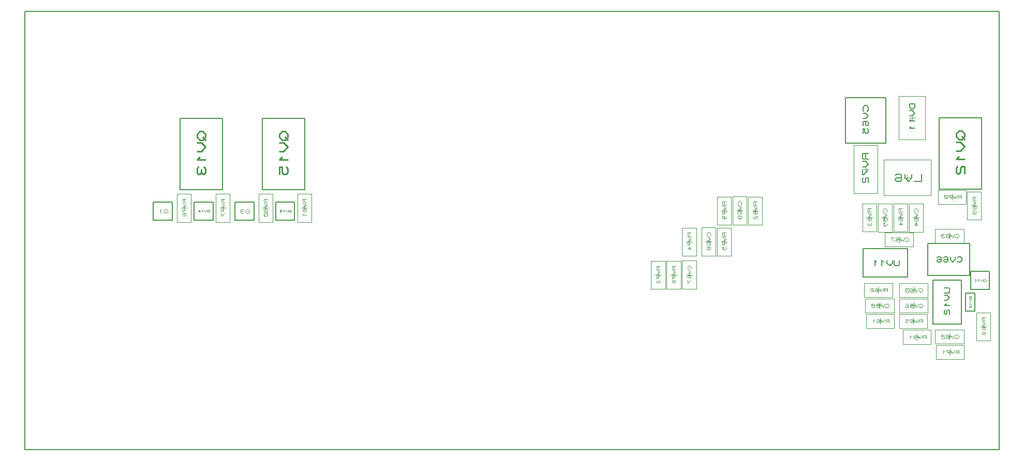
<source format=gbr>
G04 PROTEUS GERBER X2 FILE*
%TF.GenerationSoftware,Labcenter,Proteus,8.7-SP3-Build25561*%
%TF.CreationDate,2021-05-23T19:19:56+00:00*%
%TF.FileFunction,AssemblyDrawing,Bot*%
%TF.FilePolarity,Positive*%
%TF.Part,Single*%
%TF.SameCoordinates,{bb4e542a-de17-4d2d-b6f0-32913e85bf41}*%
%FSLAX45Y45*%
%MOMM*%
G01*
%TA.AperFunction,Profile*%
%ADD40C,0.203200*%
%TA.AperFunction,Material*%
%ADD42C,0.203200*%
%ADD134C,0.061970*%
%ADD124C,0.233420*%
%ADD105C,0.050000*%
%ADD135C,0.143000*%
%ADD126C,0.059690*%
%ADD106C,0.193750*%
%ADD121C,0.149860*%
%ADD125C,0.144780*%
%ADD122C,0.159000*%
%ADD123C,0.137160*%
%ADD120C,0.095000*%
%ADD119C,0.093000*%
%ADD136C,0.103290*%
%TD.AperFunction*%
D40*
X-7429500Y-4254500D02*
X+8509000Y-4254500D01*
X+8509000Y+2921000D01*
X-7429500Y+2921000D01*
X-7429500Y-4254500D01*
D42*
X+8041640Y-1630680D02*
X+8351520Y-1630680D01*
X+8351520Y-1338580D01*
X+8041640Y-1338580D01*
X+8041640Y-1630680D01*
D134*
X+8295740Y-1478433D02*
X+8283345Y-1466038D01*
X+8270950Y-1466038D01*
X+8258555Y-1478433D01*
X+8258555Y-1490828D01*
X+8270950Y-1503223D01*
X+8283345Y-1503223D01*
X+8295740Y-1490828D01*
X+8295740Y-1478433D01*
X+8270950Y-1490828D02*
X+8258555Y-1503223D01*
X+8246160Y-1466038D02*
X+8246160Y-1484630D01*
X+8227568Y-1503223D01*
X+8208975Y-1484630D01*
X+8208975Y-1466038D01*
X+8184185Y-1478433D02*
X+8171790Y-1466038D01*
X+8171790Y-1503223D01*
X+8134605Y-1478433D02*
X+8122210Y-1466038D01*
X+8122210Y-1503223D01*
D42*
X+7524750Y+7620D02*
X+8223250Y+7620D01*
X+8223250Y+1174750D01*
X+7524750Y+1174750D01*
X+7524750Y+7620D01*
D124*
X+7850658Y+964665D02*
X+7803973Y+917980D01*
X+7803973Y+871295D01*
X+7850658Y+824610D01*
X+7897343Y+824610D01*
X+7944028Y+871295D01*
X+7944028Y+917980D01*
X+7897343Y+964665D01*
X+7850658Y+964665D01*
X+7897343Y+871295D02*
X+7944028Y+824610D01*
X+7803973Y+777925D02*
X+7874000Y+777925D01*
X+7944028Y+707898D01*
X+7874000Y+637870D01*
X+7803973Y+637870D01*
X+7850658Y+544500D02*
X+7803973Y+497815D01*
X+7944028Y+497815D01*
X+7827315Y+381103D02*
X+7803973Y+357760D01*
X+7803973Y+287733D01*
X+7827315Y+264390D01*
X+7850658Y+264390D01*
X+7874000Y+287733D01*
X+7874000Y+357760D01*
X+7897343Y+381103D01*
X+7944028Y+381103D01*
X+7944028Y+264390D01*
D105*
X+6871600Y+824620D02*
X+6871600Y+1534620D01*
X+7301600Y+1534620D01*
X+7301600Y+824620D01*
X+6871600Y+824620D01*
X+7136600Y+1179620D02*
X+7036600Y+1179620D01*
X+7086600Y+1229620D02*
X+7086600Y+1129620D01*
D135*
X+7129500Y+1408420D02*
X+7043700Y+1408420D01*
X+7043700Y+1351220D01*
X+7072300Y+1322620D01*
X+7100900Y+1322620D01*
X+7129500Y+1351220D01*
X+7129500Y+1408420D01*
X+7043700Y+1294020D02*
X+7086600Y+1294020D01*
X+7129500Y+1251120D01*
X+7086600Y+1208220D01*
X+7043700Y+1208220D01*
X+7072300Y+1151020D02*
X+7043700Y+1122420D01*
X+7129500Y+1122420D01*
X+7072300Y+1036620D02*
X+7043700Y+1008020D01*
X+7129500Y+1008020D01*
D42*
X+7964020Y-1992630D02*
X+8114180Y-1992630D01*
X+8114180Y-1694180D01*
X+7964020Y-1694180D01*
X+7964020Y-1992630D01*
D126*
X+8057007Y-1747901D02*
X+8021193Y-1747901D01*
X+8021193Y-1771777D01*
X+8033131Y-1783715D01*
X+8045069Y-1783715D01*
X+8057007Y-1771777D01*
X+8057007Y-1747901D01*
X+8021193Y-1795653D02*
X+8039100Y-1795653D01*
X+8057007Y-1813560D01*
X+8039100Y-1831467D01*
X+8021193Y-1831467D01*
X+8033131Y-1855343D02*
X+8021193Y-1867281D01*
X+8057007Y-1867281D01*
X+8027162Y-1897126D02*
X+8021193Y-1903095D01*
X+8021193Y-1921002D01*
X+8027162Y-1926971D01*
X+8033131Y-1926971D01*
X+8039100Y-1921002D01*
X+8039100Y-1903095D01*
X+8045069Y-1897126D01*
X+8057007Y-1897126D01*
X+8057007Y-1926971D01*
D105*
X+6620600Y+488120D02*
X+7390600Y+488120D01*
X+7390600Y-91880D01*
X+6620600Y-91880D01*
X+6620600Y+488120D01*
X+7005600Y+148120D02*
X+7005600Y+248120D01*
X+7055600Y+198120D02*
X+6955600Y+198120D01*
D106*
X+7238100Y+256245D02*
X+7238100Y+139995D01*
X+7121850Y+139995D01*
X+7083100Y+256245D02*
X+7083100Y+198120D01*
X+7024975Y+139995D01*
X+6966850Y+198120D01*
X+6966850Y+256245D01*
X+6811850Y+236870D02*
X+6831225Y+256245D01*
X+6889350Y+256245D01*
X+6908725Y+236870D01*
X+6908725Y+159370D01*
X+6889350Y+139995D01*
X+6831225Y+139995D01*
X+6811850Y+159370D01*
X+6811850Y+178745D01*
X+6831225Y+198120D01*
X+6908725Y+198120D01*
D42*
X+5996940Y+762220D02*
X+6652260Y+762220D01*
X+6652260Y+1511520D01*
X+5996940Y+1511520D01*
X+5996940Y+762220D01*
D121*
X+6354572Y+1286730D02*
X+6369558Y+1301716D01*
X+6369558Y+1346674D01*
X+6339586Y+1376646D01*
X+6309614Y+1376646D01*
X+6279642Y+1346674D01*
X+6279642Y+1301716D01*
X+6294628Y+1286730D01*
X+6279642Y+1256758D02*
X+6324600Y+1256758D01*
X+6369558Y+1211800D01*
X+6324600Y+1166842D01*
X+6279642Y+1166842D01*
X+6294628Y+1046954D02*
X+6279642Y+1061940D01*
X+6279642Y+1106898D01*
X+6294628Y+1121884D01*
X+6354572Y+1121884D01*
X+6369558Y+1106898D01*
X+6369558Y+1061940D01*
X+6354572Y+1046954D01*
X+6339586Y+1046954D01*
X+6324600Y+1061940D01*
X+6324600Y+1121884D01*
X+6279642Y+927066D02*
X+6279642Y+1001996D01*
X+6309614Y+1001996D01*
X+6309614Y+942052D01*
X+6324600Y+927066D01*
X+6354572Y+927066D01*
X+6369558Y+942052D01*
X+6369558Y+987010D01*
X+6354572Y+1001996D01*
D42*
X+6286500Y-1432560D02*
X+7010400Y-1432560D01*
X+7010400Y-965200D01*
X+6286500Y-965200D01*
X+6286500Y-1432560D01*
D125*
X+6880098Y-1155446D02*
X+6880098Y-1227836D01*
X+6865620Y-1242314D01*
X+6807708Y-1242314D01*
X+6793230Y-1227836D01*
X+6793230Y-1155446D01*
X+6764274Y-1155446D02*
X+6764274Y-1198880D01*
X+6720840Y-1242314D01*
X+6677406Y-1198880D01*
X+6677406Y-1155446D01*
X+6619494Y-1184402D02*
X+6590538Y-1155446D01*
X+6590538Y-1242314D01*
X+6503670Y-1184402D02*
X+6474714Y-1155446D01*
X+6474714Y-1242314D01*
D42*
X+7424420Y-2202180D02*
X+7891780Y-2202180D01*
X+7891780Y-1478280D01*
X+7424420Y-1478280D01*
X+7424420Y-2202180D01*
D125*
X+7614666Y-1608582D02*
X+7687056Y-1608582D01*
X+7701534Y-1623060D01*
X+7701534Y-1680972D01*
X+7687056Y-1695450D01*
X+7614666Y-1695450D01*
X+7614666Y-1724406D02*
X+7658100Y-1724406D01*
X+7701534Y-1767840D01*
X+7658100Y-1811274D01*
X+7614666Y-1811274D01*
X+7643622Y-1869186D02*
X+7614666Y-1898142D01*
X+7701534Y-1898142D01*
X+7629144Y-1970532D02*
X+7614666Y-1985010D01*
X+7614666Y-2028444D01*
X+7629144Y-2042922D01*
X+7643622Y-2042922D01*
X+7658100Y-2028444D01*
X+7658100Y-1985010D01*
X+7672578Y-1970532D01*
X+7701534Y-1970532D01*
X+7701534Y-2042922D01*
D105*
X+6519600Y+732620D02*
X+6519600Y-57380D01*
X+6129600Y-57380D01*
X+6129600Y+732620D01*
X+6519600Y+732620D01*
X+6274600Y+337620D02*
X+6374600Y+337620D01*
X+6324600Y+287620D02*
X+6324600Y+387620D01*
D122*
X+6372300Y+592020D02*
X+6276900Y+592020D01*
X+6276900Y+512520D01*
X+6292800Y+496620D01*
X+6308700Y+496620D01*
X+6324600Y+512520D01*
X+6324600Y+592020D01*
X+6324600Y+512520D02*
X+6340500Y+496620D01*
X+6372300Y+496620D01*
X+6276900Y+464820D02*
X+6324600Y+464820D01*
X+6372300Y+417120D01*
X+6324600Y+369420D01*
X+6276900Y+369420D01*
X+6276900Y+321720D02*
X+6276900Y+242220D01*
X+6292800Y+242220D01*
X+6372300Y+321720D01*
X+6292800Y+194520D02*
X+6276900Y+178620D01*
X+6276900Y+130920D01*
X+6292800Y+115020D01*
X+6308700Y+115020D01*
X+6324600Y+130920D01*
X+6324600Y+178620D01*
X+6340500Y+194520D01*
X+6372300Y+194520D01*
X+6372300Y+115020D01*
D42*
X+7340600Y-1407160D02*
X+8026400Y-1407160D01*
X+8026400Y-878840D01*
X+7340600Y-878840D01*
X+7340600Y-1407160D01*
D123*
X+7820660Y-1170432D02*
X+7834376Y-1184148D01*
X+7875524Y-1184148D01*
X+7902956Y-1156716D01*
X+7902956Y-1129284D01*
X+7875524Y-1101852D01*
X+7834376Y-1101852D01*
X+7820660Y-1115568D01*
X+7793228Y-1101852D02*
X+7793228Y-1143000D01*
X+7752080Y-1184148D01*
X+7710932Y-1143000D01*
X+7710932Y-1101852D01*
X+7601204Y-1115568D02*
X+7614920Y-1101852D01*
X+7656068Y-1101852D01*
X+7669784Y-1115568D01*
X+7669784Y-1170432D01*
X+7656068Y-1184148D01*
X+7614920Y-1184148D01*
X+7601204Y-1170432D01*
X+7601204Y-1156716D01*
X+7614920Y-1143000D01*
X+7669784Y-1143000D01*
X+7491476Y-1115568D02*
X+7505192Y-1101852D01*
X+7546340Y-1101852D01*
X+7560056Y-1115568D01*
X+7560056Y-1170432D01*
X+7546340Y-1184148D01*
X+7505192Y-1184148D01*
X+7491476Y-1170432D01*
X+7491476Y-1156716D01*
X+7505192Y-1143000D01*
X+7560056Y-1143000D01*
D105*
X+7933600Y-869380D02*
X+7463600Y-869380D01*
X+7463600Y-639380D01*
X+7933600Y-639380D01*
X+7933600Y-869380D01*
X+7698600Y-704380D02*
X+7698600Y-804380D01*
X+7648600Y-754380D02*
X+7748600Y-754380D01*
D120*
X+7793600Y-773380D02*
X+7803100Y-782880D01*
X+7831600Y-782880D01*
X+7850600Y-763880D01*
X+7850600Y-744880D01*
X+7831600Y-725880D01*
X+7803100Y-725880D01*
X+7793600Y-735380D01*
X+7774600Y-725880D02*
X+7774600Y-754380D01*
X+7746100Y-782880D01*
X+7717600Y-754380D01*
X+7717600Y-725880D01*
X+7641600Y-735380D02*
X+7651100Y-725880D01*
X+7679600Y-725880D01*
X+7689100Y-735380D01*
X+7689100Y-773380D01*
X+7679600Y-782880D01*
X+7651100Y-782880D01*
X+7641600Y-773380D01*
X+7641600Y-763880D01*
X+7651100Y-754380D01*
X+7689100Y-754380D01*
X+7613100Y-735380D02*
X+7603600Y-725880D01*
X+7575100Y-725880D01*
X+7565600Y-735380D01*
X+7565600Y-744880D01*
X+7575100Y-754380D01*
X+7565600Y-763880D01*
X+7565600Y-773380D01*
X+7575100Y-782880D01*
X+7603600Y-782880D01*
X+7613100Y-773380D01*
X+7594100Y-754380D02*
X+7575100Y-754380D01*
D105*
X+6790600Y-2266380D02*
X+6330600Y-2266380D01*
X+6330600Y-2036380D01*
X+6790600Y-2036380D01*
X+6790600Y-2266380D01*
X+6560600Y-2101380D02*
X+6560600Y-2201380D01*
X+6510600Y-2151380D02*
X+6610600Y-2151380D01*
D119*
X+6709400Y-2179280D02*
X+6709400Y-2123480D01*
X+6662900Y-2123480D01*
X+6653600Y-2132780D01*
X+6653600Y-2142080D01*
X+6662900Y-2151380D01*
X+6709400Y-2151380D01*
X+6662900Y-2151380D02*
X+6653600Y-2160680D01*
X+6653600Y-2179280D01*
X+6635000Y-2123480D02*
X+6635000Y-2151380D01*
X+6607100Y-2179280D01*
X+6579200Y-2151380D01*
X+6579200Y-2123480D01*
X+6504800Y-2132780D02*
X+6514100Y-2123480D01*
X+6542000Y-2123480D01*
X+6551300Y-2132780D01*
X+6551300Y-2169980D01*
X+6542000Y-2179280D01*
X+6514100Y-2179280D01*
X+6504800Y-2169980D01*
X+6504800Y-2160680D01*
X+6514100Y-2151380D01*
X+6551300Y-2151380D01*
X+6467600Y-2142080D02*
X+6449000Y-2123480D01*
X+6449000Y-2179280D01*
D105*
X+6763100Y-1758380D02*
X+6303100Y-1758380D01*
X+6303100Y-1528380D01*
X+6763100Y-1528380D01*
X+6763100Y-1758380D01*
X+6533100Y-1593380D02*
X+6533100Y-1693380D01*
X+6483100Y-1643380D02*
X+6583100Y-1643380D01*
D119*
X+6681900Y-1671280D02*
X+6681900Y-1615480D01*
X+6635400Y-1615480D01*
X+6626100Y-1624780D01*
X+6626100Y-1634080D01*
X+6635400Y-1643380D01*
X+6681900Y-1643380D01*
X+6635400Y-1643380D02*
X+6626100Y-1652680D01*
X+6626100Y-1671280D01*
X+6607500Y-1615480D02*
X+6607500Y-1643380D01*
X+6579600Y-1671280D01*
X+6551700Y-1643380D01*
X+6551700Y-1615480D01*
X+6477300Y-1624780D02*
X+6486600Y-1615480D01*
X+6514500Y-1615480D01*
X+6523800Y-1624780D01*
X+6523800Y-1661980D01*
X+6514500Y-1671280D01*
X+6486600Y-1671280D01*
X+6477300Y-1661980D01*
X+6477300Y-1652680D01*
X+6486600Y-1643380D01*
X+6523800Y-1643380D01*
X+6449400Y-1624780D02*
X+6440100Y-1615480D01*
X+6412200Y-1615480D01*
X+6402900Y-1624780D01*
X+6402900Y-1634080D01*
X+6412200Y-1643380D01*
X+6440100Y-1643380D01*
X+6449400Y-1652680D01*
X+6449400Y-1671280D01*
X+6402900Y-1671280D01*
D105*
X+6273100Y-684880D02*
X+6273100Y-224880D01*
X+6503100Y-224880D01*
X+6503100Y-684880D01*
X+6273100Y-684880D01*
X+6438100Y-454880D02*
X+6338100Y-454880D01*
X+6388100Y-404880D02*
X+6388100Y-504880D01*
D119*
X+6416000Y-306080D02*
X+6360200Y-306080D01*
X+6360200Y-352580D01*
X+6369500Y-361880D01*
X+6378800Y-361880D01*
X+6388100Y-352580D01*
X+6388100Y-306080D01*
X+6388100Y-352580D02*
X+6397400Y-361880D01*
X+6416000Y-361880D01*
X+6360200Y-380480D02*
X+6388100Y-380480D01*
X+6416000Y-408380D01*
X+6388100Y-436280D01*
X+6360200Y-436280D01*
X+6369500Y-510680D02*
X+6360200Y-501380D01*
X+6360200Y-473480D01*
X+6369500Y-464180D01*
X+6406700Y-464180D01*
X+6416000Y-473480D01*
X+6416000Y-501380D01*
X+6406700Y-510680D01*
X+6397400Y-510680D01*
X+6388100Y-501380D01*
X+6388100Y-464180D01*
X+6369500Y-538580D02*
X+6360200Y-547880D01*
X+6360200Y-575780D01*
X+6369500Y-585080D01*
X+6378800Y-585080D01*
X+6388100Y-575780D01*
X+6397400Y-585080D01*
X+6406700Y-585080D01*
X+6416000Y-575780D01*
X+6416000Y-547880D01*
X+6406700Y-538580D01*
X+6388100Y-557180D02*
X+6388100Y-575780D01*
D105*
X+6781100Y-684880D02*
X+6781100Y-224880D01*
X+7011100Y-224880D01*
X+7011100Y-684880D01*
X+6781100Y-684880D01*
X+6946100Y-454880D02*
X+6846100Y-454880D01*
X+6896100Y-404880D02*
X+6896100Y-504880D01*
D119*
X+6924000Y-306080D02*
X+6868200Y-306080D01*
X+6868200Y-352580D01*
X+6877500Y-361880D01*
X+6886800Y-361880D01*
X+6896100Y-352580D01*
X+6896100Y-306080D01*
X+6896100Y-352580D02*
X+6905400Y-361880D01*
X+6924000Y-361880D01*
X+6868200Y-380480D02*
X+6896100Y-380480D01*
X+6924000Y-408380D01*
X+6896100Y-436280D01*
X+6868200Y-436280D01*
X+6877500Y-510680D02*
X+6868200Y-501380D01*
X+6868200Y-473480D01*
X+6877500Y-464180D01*
X+6914700Y-464180D01*
X+6924000Y-473480D01*
X+6924000Y-501380D01*
X+6914700Y-510680D01*
X+6905400Y-510680D01*
X+6896100Y-501380D01*
X+6896100Y-464180D01*
X+6905400Y-585080D02*
X+6905400Y-529280D01*
X+6868200Y-566480D01*
X+6924000Y-566480D01*
D105*
X+7334600Y-2266380D02*
X+6874600Y-2266380D01*
X+6874600Y-2036380D01*
X+7334600Y-2036380D01*
X+7334600Y-2266380D01*
X+7104600Y-2101380D02*
X+7104600Y-2201380D01*
X+7054600Y-2151380D02*
X+7154600Y-2151380D01*
D119*
X+7253400Y-2179280D02*
X+7253400Y-2123480D01*
X+7206900Y-2123480D01*
X+7197600Y-2132780D01*
X+7197600Y-2142080D01*
X+7206900Y-2151380D01*
X+7253400Y-2151380D01*
X+7206900Y-2151380D02*
X+7197600Y-2160680D01*
X+7197600Y-2179280D01*
X+7179000Y-2123480D02*
X+7179000Y-2151380D01*
X+7151100Y-2179280D01*
X+7123200Y-2151380D01*
X+7123200Y-2123480D01*
X+7048800Y-2132780D02*
X+7058100Y-2123480D01*
X+7086000Y-2123480D01*
X+7095300Y-2132780D01*
X+7095300Y-2169980D01*
X+7086000Y-2179280D01*
X+7058100Y-2179280D01*
X+7048800Y-2169980D01*
X+7048800Y-2160680D01*
X+7058100Y-2151380D01*
X+7095300Y-2151380D01*
X+6974400Y-2123480D02*
X+7020900Y-2123480D01*
X+7020900Y-2142080D01*
X+6983700Y-2142080D01*
X+6974400Y-2151380D01*
X+6974400Y-2169980D01*
X+6983700Y-2179280D01*
X+7011600Y-2179280D01*
X+7020900Y-2169980D01*
D105*
X+8370000Y-2010500D02*
X+8370000Y-2470500D01*
X+8140000Y-2470500D01*
X+8140000Y-2010500D01*
X+8370000Y-2010500D01*
X+8205000Y-2240500D02*
X+8305000Y-2240500D01*
X+8255000Y-2290500D02*
X+8255000Y-2190500D01*
D119*
X+8282900Y-2091700D02*
X+8227100Y-2091700D01*
X+8227100Y-2138200D01*
X+8236400Y-2147500D01*
X+8245700Y-2147500D01*
X+8255000Y-2138200D01*
X+8255000Y-2091700D01*
X+8255000Y-2138200D02*
X+8264300Y-2147500D01*
X+8282900Y-2147500D01*
X+8227100Y-2166100D02*
X+8255000Y-2166100D01*
X+8282900Y-2194000D01*
X+8255000Y-2221900D01*
X+8227100Y-2221900D01*
X+8236400Y-2296300D02*
X+8227100Y-2287000D01*
X+8227100Y-2259100D01*
X+8236400Y-2249800D01*
X+8273600Y-2249800D01*
X+8282900Y-2259100D01*
X+8282900Y-2287000D01*
X+8273600Y-2296300D01*
X+8264300Y-2296300D01*
X+8255000Y-2287000D01*
X+8255000Y-2249800D01*
X+8255000Y-2333500D02*
X+8245700Y-2324200D01*
X+8236400Y-2324200D01*
X+8227100Y-2333500D01*
X+8227100Y-2361400D01*
X+8236400Y-2370700D01*
X+8245700Y-2370700D01*
X+8255000Y-2361400D01*
X+8255000Y-2333500D01*
X+8264300Y-2324200D01*
X+8273600Y-2324200D01*
X+8282900Y-2333500D01*
X+8282900Y-2361400D01*
X+8273600Y-2370700D01*
X+8264300Y-2370700D01*
X+8255000Y-2361400D01*
D105*
X+7933600Y-2520380D02*
X+7463600Y-2520380D01*
X+7463600Y-2290380D01*
X+7933600Y-2290380D01*
X+7933600Y-2520380D01*
X+7698600Y-2355380D02*
X+7698600Y-2455380D01*
X+7648600Y-2405380D02*
X+7748600Y-2405380D01*
D120*
X+7793600Y-2424380D02*
X+7803100Y-2433880D01*
X+7831600Y-2433880D01*
X+7850600Y-2414880D01*
X+7850600Y-2395880D01*
X+7831600Y-2376880D01*
X+7803100Y-2376880D01*
X+7793600Y-2386380D01*
X+7774600Y-2376880D02*
X+7774600Y-2405380D01*
X+7746100Y-2433880D01*
X+7717600Y-2405380D01*
X+7717600Y-2376880D01*
X+7641600Y-2386380D02*
X+7651100Y-2376880D01*
X+7679600Y-2376880D01*
X+7689100Y-2386380D01*
X+7689100Y-2424380D01*
X+7679600Y-2433880D01*
X+7651100Y-2433880D01*
X+7641600Y-2424380D01*
X+7641600Y-2414880D01*
X+7651100Y-2405380D01*
X+7689100Y-2405380D01*
X+7613100Y-2386380D02*
X+7603600Y-2376880D01*
X+7575100Y-2376880D01*
X+7565600Y-2386380D01*
X+7565600Y-2395880D01*
X+7575100Y-2405380D01*
X+7603600Y-2405380D01*
X+7613100Y-2414880D01*
X+7613100Y-2433880D01*
X+7565600Y-2433880D01*
D105*
X+7265100Y-224880D02*
X+7265100Y-694880D01*
X+7035100Y-694880D01*
X+7035100Y-224880D01*
X+7265100Y-224880D01*
X+7100100Y-459880D02*
X+7200100Y-459880D01*
X+7150100Y-509880D02*
X+7150100Y-409880D01*
D120*
X+7169100Y-364880D02*
X+7178600Y-355380D01*
X+7178600Y-326880D01*
X+7159600Y-307880D01*
X+7140600Y-307880D01*
X+7121600Y-326880D01*
X+7121600Y-355380D01*
X+7131100Y-364880D01*
X+7121600Y-383880D02*
X+7150100Y-383880D01*
X+7178600Y-412380D01*
X+7150100Y-440880D01*
X+7121600Y-440880D01*
X+7131100Y-516880D02*
X+7121600Y-507380D01*
X+7121600Y-478880D01*
X+7131100Y-469380D01*
X+7169100Y-469380D01*
X+7178600Y-478880D01*
X+7178600Y-507380D01*
X+7169100Y-516880D01*
X+7159600Y-516880D01*
X+7150100Y-507380D01*
X+7150100Y-469380D01*
X+7159600Y-592880D02*
X+7159600Y-535880D01*
X+7121600Y-573880D01*
X+7178600Y-573880D01*
D105*
X+8217600Y-34380D02*
X+8217600Y-494380D01*
X+7987600Y-494380D01*
X+7987600Y-34380D01*
X+8217600Y-34380D01*
X+8052600Y-264380D02*
X+8152600Y-264380D01*
X+8102600Y-314380D02*
X+8102600Y-214380D01*
D119*
X+8130500Y-115580D02*
X+8074700Y-115580D01*
X+8074700Y-162080D01*
X+8084000Y-171380D01*
X+8093300Y-171380D01*
X+8102600Y-162080D01*
X+8102600Y-115580D01*
X+8102600Y-162080D02*
X+8111900Y-171380D01*
X+8130500Y-171380D01*
X+8074700Y-189980D02*
X+8102600Y-189980D01*
X+8130500Y-217880D01*
X+8102600Y-245780D01*
X+8074700Y-245780D01*
X+8084000Y-320180D02*
X+8074700Y-310880D01*
X+8074700Y-282980D01*
X+8084000Y-273680D01*
X+8121200Y-273680D01*
X+8130500Y-282980D01*
X+8130500Y-310880D01*
X+8121200Y-320180D01*
X+8111900Y-320180D01*
X+8102600Y-310880D01*
X+8102600Y-273680D01*
X+8093300Y-394580D02*
X+8102600Y-385280D01*
X+8102600Y-357380D01*
X+8093300Y-348080D01*
X+8084000Y-348080D01*
X+8074700Y-357380D01*
X+8074700Y-385280D01*
X+8084000Y-394580D01*
X+8121200Y-394580D01*
X+8130500Y-385280D01*
X+8130500Y-357380D01*
D105*
X+7509600Y-4380D02*
X+7969600Y-4380D01*
X+7969600Y-234380D01*
X+7509600Y-234380D01*
X+7509600Y-4380D01*
X+7739600Y-169380D02*
X+7739600Y-69380D01*
X+7789600Y-119380D02*
X+7689600Y-119380D01*
D119*
X+7888400Y-147280D02*
X+7888400Y-91480D01*
X+7841900Y-91480D01*
X+7832600Y-100780D01*
X+7832600Y-110080D01*
X+7841900Y-119380D01*
X+7888400Y-119380D01*
X+7841900Y-119380D02*
X+7832600Y-128680D01*
X+7832600Y-147280D01*
X+7814000Y-91480D02*
X+7814000Y-119380D01*
X+7786100Y-147280D01*
X+7758200Y-119380D01*
X+7758200Y-91480D01*
X+7730300Y-91480D02*
X+7683800Y-91480D01*
X+7683800Y-100780D01*
X+7730300Y-147280D01*
X+7665200Y-137980D02*
X+7665200Y-100780D01*
X+7655900Y-91480D01*
X+7618700Y-91480D01*
X+7609400Y-100780D01*
X+7609400Y-137980D01*
X+7618700Y-147280D01*
X+7655900Y-147280D01*
X+7665200Y-137980D01*
X+7665200Y-147280D02*
X+7609400Y-91480D01*
D105*
X+7933600Y-2774380D02*
X+7473600Y-2774380D01*
X+7473600Y-2544380D01*
X+7933600Y-2544380D01*
X+7933600Y-2774380D01*
X+7703600Y-2609380D02*
X+7703600Y-2709380D01*
X+7653600Y-2659380D02*
X+7753600Y-2659380D01*
D119*
X+7852400Y-2687280D02*
X+7852400Y-2631480D01*
X+7805900Y-2631480D01*
X+7796600Y-2640780D01*
X+7796600Y-2650080D01*
X+7805900Y-2659380D01*
X+7852400Y-2659380D01*
X+7805900Y-2659380D02*
X+7796600Y-2668680D01*
X+7796600Y-2687280D01*
X+7778000Y-2631480D02*
X+7778000Y-2659380D01*
X+7750100Y-2687280D01*
X+7722200Y-2659380D01*
X+7722200Y-2631480D01*
X+7694300Y-2631480D02*
X+7647800Y-2631480D01*
X+7647800Y-2640780D01*
X+7694300Y-2687280D01*
X+7610600Y-2650080D02*
X+7592000Y-2631480D01*
X+7592000Y-2687280D01*
D105*
X+6757100Y-224880D02*
X+6757100Y-694880D01*
X+6527100Y-694880D01*
X+6527100Y-224880D01*
X+6757100Y-224880D01*
X+6592100Y-459880D02*
X+6692100Y-459880D01*
X+6642100Y-509880D02*
X+6642100Y-409880D01*
D120*
X+6661100Y-364880D02*
X+6670600Y-355380D01*
X+6670600Y-326880D01*
X+6651600Y-307880D01*
X+6632600Y-307880D01*
X+6613600Y-326880D01*
X+6613600Y-355380D01*
X+6623100Y-364880D01*
X+6613600Y-383880D02*
X+6642100Y-383880D01*
X+6670600Y-412380D01*
X+6642100Y-440880D01*
X+6613600Y-440880D01*
X+6613600Y-516880D02*
X+6613600Y-469380D01*
X+6632600Y-469380D01*
X+6632600Y-507380D01*
X+6642100Y-516880D01*
X+6661100Y-516880D01*
X+6670600Y-507380D01*
X+6670600Y-478880D01*
X+6661100Y-469380D01*
X+6632600Y-592880D02*
X+6642100Y-583380D01*
X+6642100Y-554880D01*
X+6632600Y-545380D01*
X+6623100Y-545380D01*
X+6613600Y-554880D01*
X+6613600Y-583380D01*
X+6623100Y-592880D01*
X+6661100Y-592880D01*
X+6670600Y-583380D01*
X+6670600Y-554880D01*
D105*
X+7108100Y-932880D02*
X+6638100Y-932880D01*
X+6638100Y-702880D01*
X+7108100Y-702880D01*
X+7108100Y-932880D01*
X+6873100Y-767880D02*
X+6873100Y-867880D01*
X+6823100Y-817880D02*
X+6923100Y-817880D01*
D120*
X+6968100Y-836880D02*
X+6977600Y-846380D01*
X+7006100Y-846380D01*
X+7025100Y-827380D01*
X+7025100Y-808380D01*
X+7006100Y-789380D01*
X+6977600Y-789380D01*
X+6968100Y-798880D01*
X+6949100Y-789380D02*
X+6949100Y-817880D01*
X+6920600Y-846380D01*
X+6892100Y-817880D01*
X+6892100Y-789380D01*
X+6816100Y-789380D02*
X+6863600Y-789380D01*
X+6863600Y-808380D01*
X+6825600Y-808380D01*
X+6816100Y-817880D01*
X+6816100Y-836880D01*
X+6825600Y-846380D01*
X+6854100Y-846380D01*
X+6863600Y-836880D01*
X+6787600Y-789380D02*
X+6740100Y-789380D01*
X+6740100Y-798880D01*
X+6787600Y-846380D01*
D105*
X+7344600Y-1758380D02*
X+6874600Y-1758380D01*
X+6874600Y-1528380D01*
X+7344600Y-1528380D01*
X+7344600Y-1758380D01*
X+7109600Y-1593380D02*
X+7109600Y-1693380D01*
X+7059600Y-1643380D02*
X+7159600Y-1643380D01*
D120*
X+7204600Y-1662380D02*
X+7214100Y-1671880D01*
X+7242600Y-1671880D01*
X+7261600Y-1652880D01*
X+7261600Y-1633880D01*
X+7242600Y-1614880D01*
X+7214100Y-1614880D01*
X+7204600Y-1624380D01*
X+7185600Y-1614880D02*
X+7185600Y-1643380D01*
X+7157100Y-1671880D01*
X+7128600Y-1643380D01*
X+7128600Y-1614880D01*
X+7052600Y-1624380D02*
X+7062100Y-1614880D01*
X+7090600Y-1614880D01*
X+7100100Y-1624380D01*
X+7100100Y-1662380D01*
X+7090600Y-1671880D01*
X+7062100Y-1671880D01*
X+7052600Y-1662380D01*
X+7052600Y-1652880D01*
X+7062100Y-1643380D01*
X+7100100Y-1643380D01*
X+7033600Y-1662380D02*
X+7033600Y-1624380D01*
X+7024100Y-1614880D01*
X+6986100Y-1614880D01*
X+6976600Y-1624380D01*
X+6976600Y-1662380D01*
X+6986100Y-1671880D01*
X+7024100Y-1671880D01*
X+7033600Y-1662380D01*
X+7033600Y-1671880D02*
X+6976600Y-1614880D01*
D105*
X+7344600Y-2012380D02*
X+6874600Y-2012380D01*
X+6874600Y-1782380D01*
X+7344600Y-1782380D01*
X+7344600Y-2012380D01*
X+7109600Y-1847380D02*
X+7109600Y-1947380D01*
X+7059600Y-1897380D02*
X+7159600Y-1897380D01*
D120*
X+7204600Y-1916380D02*
X+7214100Y-1925880D01*
X+7242600Y-1925880D01*
X+7261600Y-1906880D01*
X+7261600Y-1887880D01*
X+7242600Y-1868880D01*
X+7214100Y-1868880D01*
X+7204600Y-1878380D01*
X+7185600Y-1868880D02*
X+7185600Y-1897380D01*
X+7157100Y-1925880D01*
X+7128600Y-1897380D01*
X+7128600Y-1868880D01*
X+7052600Y-1868880D02*
X+7100100Y-1868880D01*
X+7100100Y-1887880D01*
X+7062100Y-1887880D01*
X+7052600Y-1897380D01*
X+7052600Y-1916380D01*
X+7062100Y-1925880D01*
X+7090600Y-1925880D01*
X+7100100Y-1916380D01*
X+6976600Y-1878380D02*
X+6986100Y-1868880D01*
X+7014600Y-1868880D01*
X+7024100Y-1878380D01*
X+7024100Y-1916380D01*
X+7014600Y-1925880D01*
X+6986100Y-1925880D01*
X+6976600Y-1916380D01*
X+6976600Y-1906880D01*
X+6986100Y-1897380D01*
X+7024100Y-1897380D01*
D105*
X+6790600Y-2012380D02*
X+6320600Y-2012380D01*
X+6320600Y-1782380D01*
X+6790600Y-1782380D01*
X+6790600Y-2012380D01*
X+6555600Y-1847380D02*
X+6555600Y-1947380D01*
X+6505600Y-1897380D02*
X+6605600Y-1897380D01*
D120*
X+6650600Y-1916380D02*
X+6660100Y-1925880D01*
X+6688600Y-1925880D01*
X+6707600Y-1906880D01*
X+6707600Y-1887880D01*
X+6688600Y-1868880D01*
X+6660100Y-1868880D01*
X+6650600Y-1878380D01*
X+6631600Y-1868880D02*
X+6631600Y-1897380D01*
X+6603100Y-1925880D01*
X+6574600Y-1897380D01*
X+6574600Y-1868880D01*
X+6498600Y-1868880D02*
X+6546100Y-1868880D01*
X+6546100Y-1887880D01*
X+6508100Y-1887880D01*
X+6498600Y-1897380D01*
X+6498600Y-1916380D01*
X+6508100Y-1925880D01*
X+6536600Y-1925880D01*
X+6546100Y-1916380D01*
X+6460600Y-1897380D02*
X+6470100Y-1887880D01*
X+6470100Y-1878380D01*
X+6460600Y-1868880D01*
X+6432100Y-1868880D01*
X+6422600Y-1878380D01*
X+6422600Y-1887880D01*
X+6432100Y-1897380D01*
X+6460600Y-1897380D01*
X+6470100Y-1906880D01*
X+6470100Y-1916380D01*
X+6460600Y-1925880D01*
X+6432100Y-1925880D01*
X+6422600Y-1916380D01*
X+6422600Y-1906880D01*
X+6432100Y-1897380D01*
D42*
X-4895850Y+0D02*
X-4197350Y+0D01*
X-4197350Y+1167130D01*
X-4895850Y+1167130D01*
X-4895850Y+0D01*
D124*
X-4569942Y+957045D02*
X-4616627Y+910360D01*
X-4616627Y+863675D01*
X-4569942Y+816990D01*
X-4523257Y+816990D01*
X-4476572Y+863675D01*
X-4476572Y+910360D01*
X-4523257Y+957045D01*
X-4569942Y+957045D01*
X-4523257Y+863675D02*
X-4476572Y+816990D01*
X-4616627Y+770305D02*
X-4546600Y+770305D01*
X-4476572Y+700278D01*
X-4546600Y+630250D01*
X-4616627Y+630250D01*
X-4569942Y+536880D02*
X-4616627Y+490195D01*
X-4476572Y+490195D01*
X-4593285Y+373483D02*
X-4616627Y+350140D01*
X-4616627Y+280113D01*
X-4593285Y+256770D01*
X-4569942Y+256770D01*
X-4546600Y+280113D01*
X-4523257Y+256770D01*
X-4499914Y+256770D01*
X-4476572Y+280113D01*
X-4476572Y+350140D01*
X-4499914Y+373483D01*
X-4546600Y+326798D02*
X-4546600Y+280113D01*
D42*
X-3549650Y+0D02*
X-2851150Y+0D01*
X-2851150Y+1167130D01*
X-3549650Y+1167130D01*
X-3549650Y+0D01*
D124*
X-3223742Y+957045D02*
X-3270427Y+910360D01*
X-3270427Y+863675D01*
X-3223742Y+816990D01*
X-3177057Y+816990D01*
X-3130372Y+863675D01*
X-3130372Y+910360D01*
X-3177057Y+957045D01*
X-3223742Y+957045D01*
X-3177057Y+863675D02*
X-3130372Y+816990D01*
X-3270427Y+770305D02*
X-3200400Y+770305D01*
X-3130372Y+700278D01*
X-3200400Y+630250D01*
X-3270427Y+630250D01*
X-3223742Y+536880D02*
X-3270427Y+490195D01*
X-3130372Y+490195D01*
X-3270427Y+256770D02*
X-3270427Y+373483D01*
X-3223742Y+373483D01*
X-3223742Y+280113D01*
X-3200400Y+256770D01*
X-3153714Y+256770D01*
X-3130372Y+280113D01*
X-3130372Y+350140D01*
X-3153714Y+373483D01*
D42*
X-5328920Y-495300D02*
X-5019040Y-495300D01*
X-5019040Y-203200D01*
X-5328920Y-203200D01*
X-5328920Y-495300D01*
D136*
X-5091346Y-338921D02*
X-5112004Y-318262D01*
X-5132663Y-318262D01*
X-5153321Y-338921D01*
X-5153321Y-359579D01*
X-5132663Y-380238D01*
X-5112004Y-380238D01*
X-5091346Y-359579D01*
X-5091346Y-338921D01*
X-5132663Y-359579D02*
X-5153321Y-380238D01*
X-5194638Y-338921D02*
X-5215297Y-318262D01*
X-5215297Y-380238D01*
D42*
X-3995420Y-495300D02*
X-3685540Y-495300D01*
X-3685540Y-203200D01*
X-3995420Y-203200D01*
X-3995420Y-495300D01*
D136*
X-3757846Y-338921D02*
X-3778504Y-318262D01*
X-3799163Y-318262D01*
X-3819821Y-338921D01*
X-3819821Y-359579D01*
X-3799163Y-380238D01*
X-3778504Y-380238D01*
X-3757846Y-359579D01*
X-3757846Y-338921D01*
X-3799163Y-359579D02*
X-3819821Y-380238D01*
X-3850809Y-328591D02*
X-3861138Y-318262D01*
X-3892126Y-318262D01*
X-3902455Y-328591D01*
X-3902455Y-338921D01*
X-3892126Y-349250D01*
X-3902455Y-359579D01*
X-3902455Y-369909D01*
X-3892126Y-380238D01*
X-3861138Y-380238D01*
X-3850809Y-369909D01*
X-3871467Y-349250D02*
X-3892126Y-349250D01*
D42*
X-4663440Y-495300D02*
X-4353560Y-495300D01*
X-4353560Y-203200D01*
X-4663440Y-203200D01*
X-4663440Y-495300D01*
D134*
X-4409340Y-343053D02*
X-4421735Y-330658D01*
X-4434130Y-330658D01*
X-4446525Y-343053D01*
X-4446525Y-355448D01*
X-4434130Y-367843D01*
X-4421735Y-367843D01*
X-4409340Y-355448D01*
X-4409340Y-343053D01*
X-4434130Y-355448D02*
X-4446525Y-367843D01*
X-4458920Y-330658D02*
X-4458920Y-349250D01*
X-4477512Y-367843D01*
X-4496105Y-349250D01*
X-4496105Y-330658D01*
X-4520895Y-343053D02*
X-4533290Y-330658D01*
X-4533290Y-367843D01*
X-4595265Y-355448D02*
X-4558080Y-355448D01*
X-4582870Y-330658D01*
X-4582870Y-367843D01*
D42*
X-3329940Y-495300D02*
X-3020060Y-495300D01*
X-3020060Y-203200D01*
X-3329940Y-203200D01*
X-3329940Y-495300D01*
D134*
X-3075840Y-343053D02*
X-3088235Y-330658D01*
X-3100630Y-330658D01*
X-3113025Y-343053D01*
X-3113025Y-355448D01*
X-3100630Y-367843D01*
X-3088235Y-367843D01*
X-3075840Y-355448D01*
X-3075840Y-343053D01*
X-3100630Y-355448D02*
X-3113025Y-367843D01*
X-3125420Y-330658D02*
X-3125420Y-349250D01*
X-3144012Y-367843D01*
X-3162605Y-349250D01*
X-3162605Y-330658D01*
X-3187395Y-343053D02*
X-3199790Y-330658D01*
X-3199790Y-367843D01*
X-3261765Y-336855D02*
X-3255567Y-330658D01*
X-3236975Y-330658D01*
X-3230777Y-336855D01*
X-3230777Y-361646D01*
X-3236975Y-367843D01*
X-3255567Y-367843D01*
X-3261765Y-361646D01*
X-3261765Y-355448D01*
X-3255567Y-349250D01*
X-3230777Y-349250D01*
D105*
X-4711000Y-69500D02*
X-4711000Y-529500D01*
X-4941000Y-529500D01*
X-4941000Y-69500D01*
X-4711000Y-69500D01*
X-4876000Y-299500D02*
X-4776000Y-299500D01*
X-4826000Y-349500D02*
X-4826000Y-249500D01*
D119*
X-4798100Y-150700D02*
X-4853900Y-150700D01*
X-4853900Y-197200D01*
X-4844600Y-206500D01*
X-4835300Y-206500D01*
X-4826000Y-197200D01*
X-4826000Y-150700D01*
X-4826000Y-197200D02*
X-4816700Y-206500D01*
X-4798100Y-206500D01*
X-4853900Y-225100D02*
X-4826000Y-225100D01*
X-4798100Y-253000D01*
X-4826000Y-280900D01*
X-4853900Y-280900D01*
X-4853900Y-308800D02*
X-4853900Y-355300D01*
X-4844600Y-355300D01*
X-4798100Y-308800D01*
X-4844600Y-429700D02*
X-4853900Y-420400D01*
X-4853900Y-392500D01*
X-4844600Y-383200D01*
X-4807400Y-383200D01*
X-4798100Y-392500D01*
X-4798100Y-420400D01*
X-4807400Y-429700D01*
X-4816700Y-429700D01*
X-4826000Y-420400D01*
X-4826000Y-383200D01*
D105*
X-4076000Y-69500D02*
X-4076000Y-529500D01*
X-4306000Y-529500D01*
X-4306000Y-69500D01*
X-4076000Y-69500D01*
X-4241000Y-299500D02*
X-4141000Y-299500D01*
X-4191000Y-349500D02*
X-4191000Y-249500D01*
D119*
X-4163100Y-150700D02*
X-4218900Y-150700D01*
X-4218900Y-197200D01*
X-4209600Y-206500D01*
X-4200300Y-206500D01*
X-4191000Y-197200D01*
X-4191000Y-150700D01*
X-4191000Y-197200D02*
X-4181700Y-206500D01*
X-4163100Y-206500D01*
X-4218900Y-225100D02*
X-4191000Y-225100D01*
X-4163100Y-253000D01*
X-4191000Y-280900D01*
X-4218900Y-280900D01*
X-4218900Y-308800D02*
X-4218900Y-355300D01*
X-4209600Y-355300D01*
X-4163100Y-308800D01*
X-4218900Y-383200D02*
X-4218900Y-429700D01*
X-4209600Y-429700D01*
X-4163100Y-383200D01*
D105*
X-3377500Y-69500D02*
X-3377500Y-529500D01*
X-3607500Y-529500D01*
X-3607500Y-69500D01*
X-3377500Y-69500D01*
X-3542500Y-299500D02*
X-3442500Y-299500D01*
X-3492500Y-349500D02*
X-3492500Y-249500D01*
D119*
X-3464600Y-150700D02*
X-3520400Y-150700D01*
X-3520400Y-197200D01*
X-3511100Y-206500D01*
X-3501800Y-206500D01*
X-3492500Y-197200D01*
X-3492500Y-150700D01*
X-3492500Y-197200D02*
X-3483200Y-206500D01*
X-3464600Y-206500D01*
X-3520400Y-225100D02*
X-3492500Y-225100D01*
X-3464600Y-253000D01*
X-3492500Y-280900D01*
X-3520400Y-280900D01*
X-3492500Y-318100D02*
X-3501800Y-308800D01*
X-3511100Y-308800D01*
X-3520400Y-318100D01*
X-3520400Y-346000D01*
X-3511100Y-355300D01*
X-3501800Y-355300D01*
X-3492500Y-346000D01*
X-3492500Y-318100D01*
X-3483200Y-308800D01*
X-3473900Y-308800D01*
X-3464600Y-318100D01*
X-3464600Y-346000D01*
X-3473900Y-355300D01*
X-3483200Y-355300D01*
X-3492500Y-346000D01*
X-3473900Y-373900D02*
X-3511100Y-373900D01*
X-3520400Y-383200D01*
X-3520400Y-420400D01*
X-3511100Y-429700D01*
X-3473900Y-429700D01*
X-3464600Y-420400D01*
X-3464600Y-383200D01*
X-3473900Y-373900D01*
X-3464600Y-373900D02*
X-3520400Y-429700D01*
D105*
X-2742500Y-69500D02*
X-2742500Y-529500D01*
X-2972500Y-529500D01*
X-2972500Y-69500D01*
X-2742500Y-69500D01*
X-2907500Y-299500D02*
X-2807500Y-299500D01*
X-2857500Y-349500D02*
X-2857500Y-249500D01*
D119*
X-2829600Y-150700D02*
X-2885400Y-150700D01*
X-2885400Y-197200D01*
X-2876100Y-206500D01*
X-2866800Y-206500D01*
X-2857500Y-197200D01*
X-2857500Y-150700D01*
X-2857500Y-197200D02*
X-2848200Y-206500D01*
X-2829600Y-206500D01*
X-2885400Y-225100D02*
X-2857500Y-225100D01*
X-2829600Y-253000D01*
X-2857500Y-280900D01*
X-2885400Y-280900D01*
X-2857500Y-318100D02*
X-2866800Y-308800D01*
X-2876100Y-308800D01*
X-2885400Y-318100D01*
X-2885400Y-346000D01*
X-2876100Y-355300D01*
X-2866800Y-355300D01*
X-2857500Y-346000D01*
X-2857500Y-318100D01*
X-2848200Y-308800D01*
X-2838900Y-308800D01*
X-2829600Y-318100D01*
X-2829600Y-346000D01*
X-2838900Y-355300D01*
X-2848200Y-355300D01*
X-2857500Y-346000D01*
X-2866800Y-392500D02*
X-2885400Y-411100D01*
X-2829600Y-411100D01*
D105*
X+3554000Y-1157500D02*
X+3554000Y-1627500D01*
X+3324000Y-1627500D01*
X+3324000Y-1157500D01*
X+3554000Y-1157500D01*
X+3389000Y-1392500D02*
X+3489000Y-1392500D01*
X+3439000Y-1442500D02*
X+3439000Y-1342500D01*
D120*
X+3458000Y-1297500D02*
X+3467500Y-1288000D01*
X+3467500Y-1259500D01*
X+3448500Y-1240500D01*
X+3429500Y-1240500D01*
X+3410500Y-1259500D01*
X+3410500Y-1288000D01*
X+3420000Y-1297500D01*
X+3410500Y-1316500D02*
X+3439000Y-1316500D01*
X+3467500Y-1345000D01*
X+3439000Y-1373500D01*
X+3410500Y-1373500D01*
X+3420000Y-1449500D02*
X+3410500Y-1440000D01*
X+3410500Y-1411500D01*
X+3420000Y-1402000D01*
X+3458000Y-1402000D01*
X+3467500Y-1411500D01*
X+3467500Y-1440000D01*
X+3458000Y-1449500D01*
X+3448500Y-1449500D01*
X+3439000Y-1440000D01*
X+3439000Y-1402000D01*
X+3410500Y-1478000D02*
X+3410500Y-1525500D01*
X+3420000Y-1525500D01*
X+3467500Y-1478000D01*
D105*
X+3871500Y-613500D02*
X+3871500Y-1083500D01*
X+3641500Y-1083500D01*
X+3641500Y-613500D01*
X+3871500Y-613500D01*
X+3706500Y-848500D02*
X+3806500Y-848500D01*
X+3756500Y-898500D02*
X+3756500Y-798500D01*
D120*
X+3775500Y-753500D02*
X+3785000Y-744000D01*
X+3785000Y-715500D01*
X+3766000Y-696500D01*
X+3747000Y-696500D01*
X+3728000Y-715500D01*
X+3728000Y-744000D01*
X+3737500Y-753500D01*
X+3728000Y-772500D02*
X+3756500Y-772500D01*
X+3785000Y-801000D01*
X+3756500Y-829500D01*
X+3728000Y-829500D01*
X+3737500Y-905500D02*
X+3728000Y-896000D01*
X+3728000Y-867500D01*
X+3737500Y-858000D01*
X+3775500Y-858000D01*
X+3785000Y-867500D01*
X+3785000Y-896000D01*
X+3775500Y-905500D01*
X+3766000Y-905500D01*
X+3756500Y-896000D01*
X+3756500Y-858000D01*
X+3756500Y-943500D02*
X+3747000Y-934000D01*
X+3737500Y-934000D01*
X+3728000Y-943500D01*
X+3728000Y-972000D01*
X+3737500Y-981500D01*
X+3747000Y-981500D01*
X+3756500Y-972000D01*
X+3756500Y-943500D01*
X+3766000Y-934000D01*
X+3775500Y-934000D01*
X+3785000Y-943500D01*
X+3785000Y-972000D01*
X+3775500Y-981500D01*
X+3766000Y-981500D01*
X+3756500Y-972000D01*
D105*
X+4379500Y-105500D02*
X+4379500Y-575500D01*
X+4149500Y-575500D01*
X+4149500Y-105500D01*
X+4379500Y-105500D01*
X+4214500Y-340500D02*
X+4314500Y-340500D01*
X+4264500Y-390500D02*
X+4264500Y-290500D01*
D120*
X+4283500Y-245500D02*
X+4293000Y-236000D01*
X+4293000Y-207500D01*
X+4274000Y-188500D01*
X+4255000Y-188500D01*
X+4236000Y-207500D01*
X+4236000Y-236000D01*
X+4245500Y-245500D01*
X+4236000Y-264500D02*
X+4264500Y-264500D01*
X+4293000Y-293000D01*
X+4264500Y-321500D01*
X+4236000Y-321500D01*
X+4245500Y-397500D02*
X+4236000Y-388000D01*
X+4236000Y-359500D01*
X+4245500Y-350000D01*
X+4283500Y-350000D01*
X+4293000Y-359500D01*
X+4293000Y-388000D01*
X+4283500Y-397500D01*
X+4274000Y-397500D01*
X+4264500Y-388000D01*
X+4264500Y-350000D01*
X+4255000Y-473500D02*
X+4264500Y-464000D01*
X+4264500Y-435500D01*
X+4255000Y-426000D01*
X+4245500Y-426000D01*
X+4236000Y-435500D01*
X+4236000Y-464000D01*
X+4245500Y-473500D01*
X+4283500Y-473500D01*
X+4293000Y-464000D01*
X+4293000Y-435500D01*
D105*
X+2816000Y-1627500D02*
X+2816000Y-1167500D01*
X+3046000Y-1167500D01*
X+3046000Y-1627500D01*
X+2816000Y-1627500D01*
X+2981000Y-1397500D02*
X+2881000Y-1397500D01*
X+2931000Y-1347500D02*
X+2931000Y-1447500D01*
D119*
X+2958900Y-1248700D02*
X+2903100Y-1248700D01*
X+2903100Y-1295200D01*
X+2912400Y-1304500D01*
X+2921700Y-1304500D01*
X+2931000Y-1295200D01*
X+2931000Y-1248700D01*
X+2931000Y-1295200D02*
X+2940300Y-1304500D01*
X+2958900Y-1304500D01*
X+2903100Y-1323100D02*
X+2931000Y-1323100D01*
X+2958900Y-1351000D01*
X+2931000Y-1378900D01*
X+2903100Y-1378900D01*
X+2903100Y-1406800D02*
X+2903100Y-1453300D01*
X+2912400Y-1453300D01*
X+2958900Y-1406800D01*
X+2912400Y-1481200D02*
X+2903100Y-1490500D01*
X+2903100Y-1518400D01*
X+2912400Y-1527700D01*
X+2921700Y-1527700D01*
X+2931000Y-1518400D01*
X+2940300Y-1527700D01*
X+2949600Y-1527700D01*
X+2958900Y-1518400D01*
X+2958900Y-1490500D01*
X+2949600Y-1481200D01*
X+2931000Y-1499800D02*
X+2931000Y-1518400D01*
D105*
X+3324000Y-1083500D02*
X+3324000Y-623500D01*
X+3554000Y-623500D01*
X+3554000Y-1083500D01*
X+3324000Y-1083500D01*
X+3489000Y-853500D02*
X+3389000Y-853500D01*
X+3439000Y-803500D02*
X+3439000Y-903500D01*
D119*
X+3466900Y-704700D02*
X+3411100Y-704700D01*
X+3411100Y-751200D01*
X+3420400Y-760500D01*
X+3429700Y-760500D01*
X+3439000Y-751200D01*
X+3439000Y-704700D01*
X+3439000Y-751200D02*
X+3448300Y-760500D01*
X+3466900Y-760500D01*
X+3411100Y-779100D02*
X+3439000Y-779100D01*
X+3466900Y-807000D01*
X+3439000Y-834900D01*
X+3411100Y-834900D01*
X+3411100Y-862800D02*
X+3411100Y-909300D01*
X+3420400Y-909300D01*
X+3466900Y-862800D01*
X+3448300Y-983700D02*
X+3448300Y-927900D01*
X+3411100Y-965100D01*
X+3466900Y-965100D01*
D105*
X+3895500Y-1083500D02*
X+3895500Y-623500D01*
X+4125500Y-623500D01*
X+4125500Y-1083500D01*
X+3895500Y-1083500D01*
X+4060500Y-853500D02*
X+3960500Y-853500D01*
X+4010500Y-803500D02*
X+4010500Y-903500D01*
D119*
X+4038400Y-704700D02*
X+3982600Y-704700D01*
X+3982600Y-751200D01*
X+3991900Y-760500D01*
X+4001200Y-760500D01*
X+4010500Y-751200D01*
X+4010500Y-704700D01*
X+4010500Y-751200D02*
X+4019800Y-760500D01*
X+4038400Y-760500D01*
X+3982600Y-779100D02*
X+4010500Y-779100D01*
X+4038400Y-807000D01*
X+4010500Y-834900D01*
X+3982600Y-834900D01*
X+3982600Y-862800D02*
X+3982600Y-909300D01*
X+3991900Y-909300D01*
X+4038400Y-862800D01*
X+3982600Y-983700D02*
X+3982600Y-937200D01*
X+4001200Y-937200D01*
X+4001200Y-974400D01*
X+4010500Y-983700D01*
X+4029100Y-983700D01*
X+4038400Y-974400D01*
X+4038400Y-946500D01*
X+4029100Y-937200D01*
D105*
X+3070000Y-1627500D02*
X+3070000Y-1167500D01*
X+3300000Y-1167500D01*
X+3300000Y-1627500D01*
X+3070000Y-1627500D01*
X+3235000Y-1397500D02*
X+3135000Y-1397500D01*
X+3185000Y-1347500D02*
X+3185000Y-1447500D01*
D119*
X+3212900Y-1248700D02*
X+3157100Y-1248700D01*
X+3157100Y-1295200D01*
X+3166400Y-1304500D01*
X+3175700Y-1304500D01*
X+3185000Y-1295200D01*
X+3185000Y-1248700D01*
X+3185000Y-1295200D02*
X+3194300Y-1304500D01*
X+3212900Y-1304500D01*
X+3157100Y-1323100D02*
X+3185000Y-1323100D01*
X+3212900Y-1351000D01*
X+3185000Y-1378900D01*
X+3157100Y-1378900D01*
X+3157100Y-1406800D02*
X+3157100Y-1453300D01*
X+3166400Y-1453300D01*
X+3212900Y-1406800D01*
X+3185000Y-1490500D02*
X+3175700Y-1481200D01*
X+3166400Y-1481200D01*
X+3157100Y-1490500D01*
X+3157100Y-1518400D01*
X+3166400Y-1527700D01*
X+3175700Y-1527700D01*
X+3185000Y-1518400D01*
X+3185000Y-1490500D01*
X+3194300Y-1481200D01*
X+3203600Y-1481200D01*
X+3212900Y-1490500D01*
X+3212900Y-1518400D01*
X+3203600Y-1527700D01*
X+3194300Y-1527700D01*
X+3185000Y-1518400D01*
D105*
X+3895500Y-575500D02*
X+3895500Y-115500D01*
X+4125500Y-115500D01*
X+4125500Y-575500D01*
X+3895500Y-575500D01*
X+4060500Y-345500D02*
X+3960500Y-345500D01*
X+4010500Y-295500D02*
X+4010500Y-395500D01*
D119*
X+4038400Y-196700D02*
X+3982600Y-196700D01*
X+3982600Y-243200D01*
X+3991900Y-252500D01*
X+4001200Y-252500D01*
X+4010500Y-243200D01*
X+4010500Y-196700D01*
X+4010500Y-243200D02*
X+4019800Y-252500D01*
X+4038400Y-252500D01*
X+3982600Y-271100D02*
X+4010500Y-271100D01*
X+4038400Y-299000D01*
X+4010500Y-326900D01*
X+3982600Y-326900D01*
X+3982600Y-354800D02*
X+3982600Y-401300D01*
X+3991900Y-401300D01*
X+4038400Y-354800D01*
X+4001200Y-475700D02*
X+4010500Y-466400D01*
X+4010500Y-438500D01*
X+4001200Y-429200D01*
X+3991900Y-429200D01*
X+3982600Y-438500D01*
X+3982600Y-466400D01*
X+3991900Y-475700D01*
X+4029100Y-475700D01*
X+4038400Y-466400D01*
X+4038400Y-438500D01*
D105*
X+4403500Y-575500D02*
X+4403500Y-115500D01*
X+4633500Y-115500D01*
X+4633500Y-575500D01*
X+4403500Y-575500D01*
X+4568500Y-345500D02*
X+4468500Y-345500D01*
X+4518500Y-295500D02*
X+4518500Y-395500D01*
D119*
X+4546400Y-196700D02*
X+4490600Y-196700D01*
X+4490600Y-243200D01*
X+4499900Y-252500D01*
X+4509200Y-252500D01*
X+4518500Y-243200D01*
X+4518500Y-196700D01*
X+4518500Y-243200D02*
X+4527800Y-252500D01*
X+4546400Y-252500D01*
X+4490600Y-271100D02*
X+4518500Y-271100D01*
X+4546400Y-299000D01*
X+4518500Y-326900D01*
X+4490600Y-326900D01*
X+4518500Y-364100D02*
X+4509200Y-354800D01*
X+4499900Y-354800D01*
X+4490600Y-364100D01*
X+4490600Y-392000D01*
X+4499900Y-401300D01*
X+4509200Y-401300D01*
X+4518500Y-392000D01*
X+4518500Y-364100D01*
X+4527800Y-354800D01*
X+4537100Y-354800D01*
X+4546400Y-364100D01*
X+4546400Y-392000D01*
X+4537100Y-401300D01*
X+4527800Y-401300D01*
X+4518500Y-392000D01*
X+4499900Y-429200D02*
X+4490600Y-438500D01*
X+4490600Y-466400D01*
X+4499900Y-475700D01*
X+4509200Y-475700D01*
X+4518500Y-466400D01*
X+4518500Y-438500D01*
X+4527800Y-429200D01*
X+4546400Y-429200D01*
X+4546400Y-475700D01*
D105*
X+7396000Y-2528000D02*
X+6936000Y-2528000D01*
X+6936000Y-2298000D01*
X+7396000Y-2298000D01*
X+7396000Y-2528000D01*
X+7166000Y-2363000D02*
X+7166000Y-2463000D01*
X+7116000Y-2413000D02*
X+7216000Y-2413000D01*
D119*
X+7314800Y-2440900D02*
X+7314800Y-2385100D01*
X+7268300Y-2385100D01*
X+7259000Y-2394400D01*
X+7259000Y-2403700D01*
X+7268300Y-2413000D01*
X+7314800Y-2413000D01*
X+7268300Y-2413000D02*
X+7259000Y-2422300D01*
X+7259000Y-2440900D01*
X+7240400Y-2385100D02*
X+7240400Y-2413000D01*
X+7212500Y-2440900D01*
X+7184600Y-2413000D01*
X+7184600Y-2385100D01*
X+7156700Y-2394400D02*
X+7147400Y-2385100D01*
X+7119500Y-2385100D01*
X+7110200Y-2394400D01*
X+7110200Y-2403700D01*
X+7119500Y-2413000D01*
X+7110200Y-2422300D01*
X+7110200Y-2431600D01*
X+7119500Y-2440900D01*
X+7147400Y-2440900D01*
X+7156700Y-2431600D01*
X+7138100Y-2413000D02*
X+7119500Y-2413000D01*
X+7073000Y-2403700D02*
X+7054400Y-2385100D01*
X+7054400Y-2440900D01*
M02*

</source>
